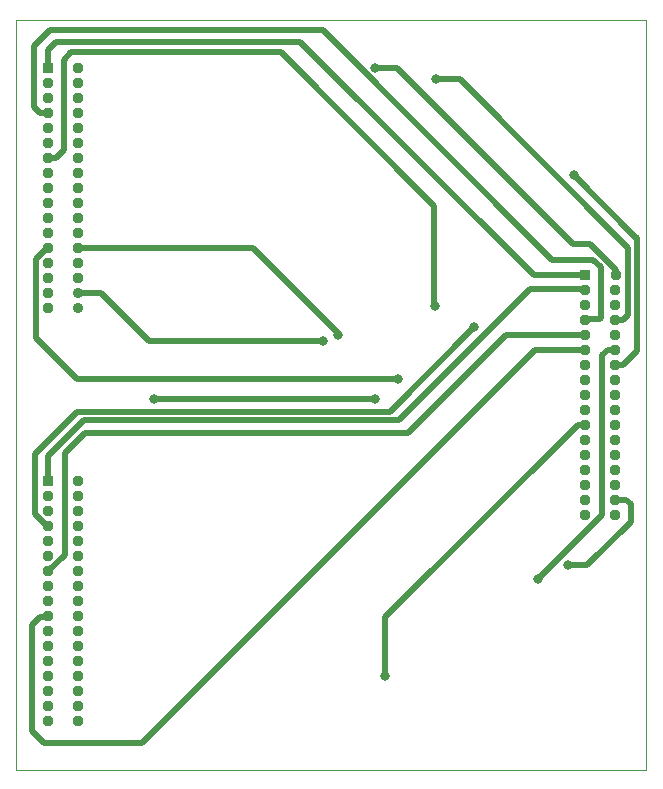
<source format=gbr>
%TF.GenerationSoftware,KiCad,Pcbnew,7.0.7*%
%TF.CreationDate,2023-09-14T15:53:41-04:00*%
%TF.ProjectId,Heater_South_DCT_HSK,48656174-6572-45f5-936f-7574685f4443,rev?*%
%TF.SameCoordinates,Original*%
%TF.FileFunction,Copper,L1,Top*%
%TF.FilePolarity,Positive*%
%FSLAX46Y46*%
G04 Gerber Fmt 4.6, Leading zero omitted, Abs format (unit mm)*
G04 Created by KiCad (PCBNEW 7.0.7) date 2023-09-14 15:53:41*
%MOMM*%
%LPD*%
G01*
G04 APERTURE LIST*
%TA.AperFunction,ComponentPad*%
%ADD10R,0.940800X0.940800*%
%TD*%
%TA.AperFunction,ComponentPad*%
%ADD11C,0.940800*%
%TD*%
%TA.AperFunction,ComponentPad*%
%ADD12C,0.890000*%
%TD*%
%TA.AperFunction,ViaPad*%
%ADD13C,0.800000*%
%TD*%
%TA.AperFunction,Conductor*%
%ADD14C,0.508000*%
%TD*%
%TA.AperFunction,Profile*%
%ADD15C,0.100000*%
%TD*%
G04 APERTURE END LIST*
D10*
%TO.P,J2,1,Pin_1*%
%TO.N,/HB2_1*%
X104256840Y-89890600D03*
D11*
%TO.P,J2,2,Pin_2*%
%TO.N,/HB2_2*%
X106817160Y-89890600D03*
%TO.P,J2,3,Pin_3*%
%TO.N,unconnected-(J2-Pin_3-Pad3)*%
X104267000Y-91160600D03*
%TO.P,J2,4,Pin_4*%
%TO.N,unconnected-(J2-Pin_4-Pad4)*%
X106807000Y-91160600D03*
%TO.P,J2,5,Pin_5*%
%TO.N,unconnected-(J2-Pin_5-Pad5)*%
X104267000Y-92430600D03*
%TO.P,J2,6,Pin_6*%
%TO.N,unconnected-(J2-Pin_6-Pad6)*%
X106807000Y-92430600D03*
%TO.P,J2,7,Pin_7*%
%TO.N,/HB2_7*%
X104267000Y-93700600D03*
%TO.P,J2,8,Pin_8*%
%TO.N,/HB2_8*%
X106807000Y-93700600D03*
%TO.P,J2,9,Pin_9*%
%TO.N,unconnected-(J2-Pin_9-Pad9)*%
X104267000Y-94970600D03*
%TO.P,J2,10,Pin_10*%
%TO.N,unconnected-(J2-Pin_10-Pad10)*%
X106807000Y-94970600D03*
%TO.P,J2,11,Pin_11*%
%TO.N,unconnected-(J2-Pin_11-Pad11)*%
X104267000Y-96240600D03*
%TO.P,J2,12,Pin_12*%
%TO.N,unconnected-(J2-Pin_12-Pad12)*%
X106807000Y-96240600D03*
%TO.P,J2,13,Pin_13*%
%TO.N,/HB2_13*%
X104267000Y-97510600D03*
%TO.P,J2,14,Pin_14*%
%TO.N,/HB2_14*%
X106807000Y-97510600D03*
%TO.P,J2,15,Pin_15*%
%TO.N,unconnected-(J2-Pin_15-Pad15)*%
X104267000Y-98780600D03*
%TO.P,J2,16,Pin_16*%
%TO.N,unconnected-(J2-Pin_16-Pad16)*%
X106807000Y-98780600D03*
%TO.P,J2,17,Pin_17*%
%TO.N,unconnected-(J2-Pin_17-Pad17)*%
X104267000Y-100050600D03*
%TO.P,J2,18,Pin_18*%
%TO.N,unconnected-(J2-Pin_18-Pad18)*%
X106807000Y-100050600D03*
%TO.P,J2,19,Pin_19*%
%TO.N,/HB2_19*%
X104267000Y-101320600D03*
%TO.P,J2,20,Pin_20*%
%TO.N,/HB2_20*%
X106807000Y-101320600D03*
%TO.P,J2,21,Pin_21*%
%TO.N,unconnected-(J2-Pin_21-Pad21)*%
X104267000Y-102590600D03*
%TO.P,J2,22,Pin_22*%
%TO.N,unconnected-(J2-Pin_22-Pad22)*%
X106807000Y-102590600D03*
%TO.P,J2,23,Pin_23*%
%TO.N,unconnected-(J2-Pin_23-Pad23)*%
X104267000Y-103860600D03*
%TO.P,J2,24,Pin_24*%
%TO.N,unconnected-(J2-Pin_24-Pad24)*%
X106807000Y-103860600D03*
%TO.P,J2,25,Pin_25*%
%TO.N,/HB2_25*%
X104267000Y-105130600D03*
%TO.P,J2,26,Pin_26*%
%TO.N,/HB2_26*%
X106807000Y-105130600D03*
%TO.P,J2,27,Pin_27*%
%TO.N,unconnected-(J2-Pin_27-Pad27)*%
X104267000Y-106400600D03*
%TO.P,J2,28,Pin_28*%
%TO.N,unconnected-(J2-Pin_28-Pad28)*%
X106807000Y-106400600D03*
%TO.P,J2,29,Pin_29*%
%TO.N,unconnected-(J2-Pin_29-Pad29)*%
X104267000Y-107670600D03*
%TO.P,J2,30,Pin_30*%
%TO.N,unconnected-(J2-Pin_30-Pad30)*%
X106807000Y-107670600D03*
%TO.P,J2,31,Pin_31*%
%TO.N,unconnected-(J2-Pin_31-Pad31)*%
X104267000Y-108940600D03*
%TO.P,J2,32,Pin_32*%
%TO.N,unconnected-(J2-Pin_32-Pad32)*%
X106807000Y-108940600D03*
%TO.P,J2,33,Pin_33*%
%TO.N,unconnected-(J2-Pin_33-Pad33)*%
X104267000Y-110210600D03*
%TO.P,J2,34,Pin_34*%
%TO.N,unconnected-(J2-Pin_34-Pad34)*%
X106807000Y-110210600D03*
%TD*%
D10*
%TO.P,J3,1,Pin_1*%
%TO.N,/HB1_1*%
X149773640Y-72390000D03*
D11*
%TO.P,J3,2,Pin_2*%
%TO.N,/HB1_2*%
X152333960Y-72390000D03*
%TO.P,J3,3,Pin_3*%
%TO.N,/HB2_1*%
X149783800Y-73660000D03*
%TO.P,J3,4,Pin_4*%
%TO.N,/HB2_2*%
X152323800Y-73660000D03*
%TO.P,J3,5,Pin_5*%
%TO.N,/HB2_7*%
X149783800Y-74930000D03*
%TO.P,J3,6,Pin_6*%
%TO.N,/HB2_8*%
X152323800Y-74930000D03*
%TO.P,J3,7,Pin_7*%
%TO.N,/HB1_7*%
X149783800Y-76200000D03*
%TO.P,J3,8,Pin_8*%
%TO.N,/HB1_8*%
X152323800Y-76200000D03*
%TO.P,J3,9,Pin_9*%
%TO.N,/HB2_13*%
X149783800Y-77470000D03*
%TO.P,J3,10,Pin_10*%
%TO.N,/HB2_14*%
X152323800Y-77470000D03*
%TO.P,J3,11,Pin_11*%
%TO.N,/HB2_19*%
X149783800Y-78740000D03*
%TO.P,J3,12,Pin_12*%
%TO.N,/HB2_20*%
X152323800Y-78740000D03*
%TO.P,J3,13,Pin_13*%
%TO.N,/HB1_13*%
X149783800Y-80010000D03*
%TO.P,J3,14,Pin_14*%
%TO.N,/HB1_14*%
X152323800Y-80010000D03*
%TO.P,J3,15,Pin_15*%
%TO.N,unconnected-(J3-Pin_15-Pad15)*%
X149783800Y-81280000D03*
%TO.P,J3,16,Pin_16*%
%TO.N,unconnected-(J3-Pin_16-Pad16)*%
X152323800Y-81280000D03*
%TO.P,J3,17,Pin_17*%
%TO.N,unconnected-(J3-Pin_17-Pad17)*%
X149783800Y-82550000D03*
%TO.P,J3,18,Pin_18*%
%TO.N,unconnected-(J3-Pin_18-Pad18)*%
X152323800Y-82550000D03*
%TO.P,J3,19,Pin_19*%
%TO.N,unconnected-(J3-Pin_19-Pad19)*%
X149783800Y-83820000D03*
%TO.P,J3,20,Pin_20*%
%TO.N,unconnected-(J3-Pin_20-Pad20)*%
X152323800Y-83820000D03*
%TO.P,J3,21,Pin_21*%
%TO.N,/HB2_25*%
X149783800Y-85090000D03*
%TO.P,J3,22,Pin_22*%
%TO.N,/HB2_26*%
X152323800Y-85090000D03*
%TO.P,J3,23,Pin_23*%
%TO.N,unconnected-(J3-Pin_23-Pad23)*%
X149783800Y-86360000D03*
%TO.P,J3,24,Pin_24*%
%TO.N,unconnected-(J3-Pin_24-Pad24)*%
X152323800Y-86360000D03*
%TO.P,J3,25,Pin_25*%
%TO.N,/HB1_25*%
X149783800Y-87630000D03*
%TO.P,J3,26,Pin_26*%
%TO.N,/HB1_26*%
X152323800Y-87630000D03*
%TO.P,J3,27,Pin_27*%
%TO.N,unconnected-(J3-Pin_27-Pad27)*%
X149783800Y-88900000D03*
%TO.P,J3,28,Pin_28*%
%TO.N,unconnected-(J3-Pin_28-Pad28)*%
X152323800Y-88900000D03*
%TO.P,J3,29,Pin_29*%
%TO.N,unconnected-(J3-Pin_29-Pad29)*%
X149783800Y-90170000D03*
%TO.P,J3,30,Pin_30*%
%TO.N,unconnected-(J3-Pin_30-Pad30)*%
X152323800Y-90170000D03*
%TO.P,J3,31,Pin_31*%
%TO.N,/HB1_31*%
X149783800Y-91440000D03*
%TO.P,J3,32,Pin_32*%
%TO.N,/HB1_32*%
X152323800Y-91440000D03*
%TO.P,J3,33,Pin_33*%
%TO.N,unconnected-(J3-Pin_33-Pad33)*%
X149783800Y-92710000D03*
%TO.P,J3,34,Pin_34*%
%TO.N,unconnected-(J3-Pin_34-Pad34)*%
X152323800Y-92710000D03*
%TD*%
D10*
%TO.P,J1,1,Pin_1*%
%TO.N,/HB1_1*%
X104256840Y-54864000D03*
D11*
%TO.P,J1,2,Pin_2*%
%TO.N,/HB1_2*%
X106817160Y-54864000D03*
%TO.P,J1,3,Pin_3*%
%TO.N,unconnected-(J1-Pin_3-Pad3)*%
X104267000Y-56134000D03*
%TO.P,J1,4,Pin_4*%
%TO.N,unconnected-(J1-Pin_4-Pad4)*%
X106807000Y-56134000D03*
%TO.P,J1,5,Pin_5*%
%TO.N,unconnected-(J1-Pin_5-Pad5)*%
X104267000Y-57404000D03*
%TO.P,J1,6,Pin_6*%
%TO.N,unconnected-(J1-Pin_6-Pad6)*%
X106807000Y-57404000D03*
%TO.P,J1,7,Pin_7*%
%TO.N,/HB1_7*%
X104267000Y-58674000D03*
%TO.P,J1,8,Pin_8*%
%TO.N,/HB1_8*%
X106807000Y-58674000D03*
%TO.P,J1,9,Pin_9*%
%TO.N,unconnected-(J1-Pin_9-Pad9)*%
X104267000Y-59944000D03*
%TO.P,J1,10,Pin_10*%
%TO.N,unconnected-(J1-Pin_10-Pad10)*%
X106807000Y-59944000D03*
%TO.P,J1,11,Pin_11*%
%TO.N,unconnected-(J1-Pin_11-Pad11)*%
X104267000Y-61214000D03*
%TO.P,J1,12,Pin_12*%
%TO.N,unconnected-(J1-Pin_12-Pad12)*%
X106807000Y-61214000D03*
%TO.P,J1,13,Pin_13*%
%TO.N,/HB1_13*%
X104267000Y-62484000D03*
%TO.P,J1,14,Pin_14*%
%TO.N,/HB1_14*%
X106807000Y-62484000D03*
%TO.P,J1,15,Pin_15*%
%TO.N,unconnected-(J1-Pin_15-Pad15)*%
X104267000Y-63754000D03*
%TO.P,J1,16,Pin_16*%
%TO.N,unconnected-(J1-Pin_16-Pad16)*%
X106807000Y-63754000D03*
%TO.P,J1,17,Pin_17*%
%TO.N,unconnected-(J1-Pin_17-Pad17)*%
X104267000Y-65024000D03*
%TO.P,J1,18,Pin_18*%
%TO.N,unconnected-(J1-Pin_18-Pad18)*%
X106807000Y-65024000D03*
%TO.P,J1,19,Pin_19*%
%TO.N,unconnected-(J1-Pin_19-Pad19)*%
X104267000Y-66294000D03*
%TO.P,J1,20,Pin_20*%
%TO.N,unconnected-(J1-Pin_20-Pad20)*%
X106807000Y-66294000D03*
%TO.P,J1,21,Pin_21*%
%TO.N,unconnected-(J1-Pin_21-Pad21)*%
X104267000Y-67564000D03*
%TO.P,J1,22,Pin_22*%
%TO.N,unconnected-(J1-Pin_22-Pad22)*%
X106807000Y-67564000D03*
%TO.P,J1,23,Pin_23*%
%TO.N,unconnected-(J1-Pin_23-Pad23)*%
X104267000Y-68834000D03*
%TO.P,J1,24,Pin_24*%
%TO.N,unconnected-(J1-Pin_24-Pad24)*%
X106807000Y-68834000D03*
%TO.P,J1,25,Pin_25*%
%TO.N,/HB1_25*%
X104267000Y-70104000D03*
%TO.P,J1,26,Pin_26*%
%TO.N,/HB1_26*%
X106807000Y-70104000D03*
%TO.P,J1,27,Pin_27*%
%TO.N,unconnected-(J1-Pin_27-Pad27)*%
X104267000Y-71374000D03*
%TO.P,J1,28,Pin_28*%
%TO.N,unconnected-(J1-Pin_28-Pad28)*%
X106807000Y-71374000D03*
%TO.P,J1,29,Pin_29*%
%TO.N,unconnected-(J1-Pin_29-Pad29)*%
X104267000Y-72644000D03*
%TO.P,J1,30,Pin_30*%
%TO.N,unconnected-(J1-Pin_30-Pad30)*%
X106807000Y-72644000D03*
%TO.P,J1,31,Pin_31*%
%TO.N,/HB1_31*%
X104267000Y-73914000D03*
D12*
%TO.P,J1,32,Pin_32*%
%TO.N,/HB1_32*%
X106807000Y-73914000D03*
D11*
%TO.P,J1,33,Pin_33*%
%TO.N,unconnected-(J1-Pin_33-Pad33)*%
X104267000Y-75184000D03*
D12*
%TO.P,J1,34,Pin_34*%
%TO.N,unconnected-(J1-Pin_34-Pad34)*%
X106807000Y-75184000D03*
%TD*%
D13*
%TO.N,/HB1_2*%
X131946916Y-54870084D03*
%TO.N,/HB1_8*%
X137109200Y-55803800D03*
%TO.N,/HB1_13*%
X137002000Y-75005600D03*
%TO.N,/HB1_14*%
X148773400Y-63977000D03*
%TO.N,/HB1_25*%
X133902000Y-81205600D03*
%TO.N,/HB1_26*%
X128802000Y-77470000D03*
%TO.N,/HB1_31*%
X113257222Y-82905600D03*
X132002000Y-82905600D03*
%TO.N,/HB1_32*%
X148285200Y-97005600D03*
X127602000Y-78005600D03*
%TO.N,/HB2_7*%
X140379200Y-76828400D03*
%TO.N,/HB2_20*%
X145762000Y-98145600D03*
%TO.N,/HB2_25*%
X132791200Y-106349800D03*
%TD*%
D14*
%TO.N,/HB1_1*%
X149773640Y-72390000D02*
X145389600Y-72390000D01*
X104256840Y-53350160D02*
X104256840Y-54864000D01*
X125653800Y-52654200D02*
X104952800Y-52654200D01*
X104952800Y-52654200D02*
X104256840Y-53350160D01*
X145389600Y-72390000D02*
X125653800Y-52654200D01*
%TO.N,/HB1_2*%
X152333960Y-72007656D02*
X152333960Y-72390000D01*
X148742400Y-69799200D02*
X150125504Y-69799200D01*
X150125504Y-69799200D02*
X152333960Y-72007656D01*
X133813284Y-54870084D02*
X148742400Y-69799200D01*
X131946916Y-54870084D02*
X133813284Y-54870084D01*
%TO.N,/HB1_7*%
X151104600Y-76022200D02*
X151104600Y-71779560D01*
X104419400Y-51714400D02*
X103124000Y-53009800D01*
X127584200Y-51714400D02*
X104419400Y-51714400D01*
X150446240Y-71121200D02*
X146991000Y-71121200D01*
X103124000Y-58196246D02*
X103601754Y-58674000D01*
X150938577Y-76188223D02*
X151104600Y-76022200D01*
X151104600Y-71779560D02*
X150446240Y-71121200D01*
X149864623Y-76188223D02*
X150938577Y-76188223D01*
X146991000Y-71121200D02*
X127584200Y-51714400D01*
X103601754Y-58674000D02*
X104267000Y-58674000D01*
X103124000Y-53009800D02*
X103124000Y-58196246D01*
%TO.N,/HB1_8*%
X137109200Y-55803800D02*
X139124200Y-55803800D01*
X139124200Y-55803800D02*
X153416000Y-70095600D01*
X153416000Y-70095600D02*
X153416000Y-75773046D01*
X152989046Y-76200000D02*
X152323800Y-76200000D01*
X153416000Y-75773046D02*
X152989046Y-76200000D01*
%TO.N,/HB1_13*%
X104960900Y-62484000D02*
X104267000Y-62484000D01*
X106226000Y-53565400D02*
X105613200Y-54178200D01*
X136982200Y-66548000D02*
X123999600Y-53565400D01*
X123999600Y-53565400D02*
X106226000Y-53565400D01*
X105613200Y-61831700D02*
X104960900Y-62484000D01*
X137002000Y-75005600D02*
X136982200Y-74985800D01*
X136982200Y-74985800D02*
X136982200Y-66548000D01*
X105613200Y-54178200D02*
X105613200Y-61831700D01*
%TO.N,/HB1_14*%
X154124000Y-78875046D02*
X152989046Y-80010000D01*
X153993100Y-69196700D02*
X154124000Y-69327600D01*
X154124000Y-69327600D02*
X154124000Y-78875046D01*
X153993100Y-69196700D02*
X154178000Y-69381600D01*
X152989046Y-80010000D02*
X152323800Y-80010000D01*
X148773400Y-63977000D02*
X153993100Y-69196700D01*
%TO.N,/HB1_25*%
X106702000Y-81205600D02*
X103225600Y-77729200D01*
X103225600Y-77729200D02*
X103225600Y-71108100D01*
X133902000Y-81205600D02*
X106702000Y-81205600D01*
X103225600Y-71108100D02*
X104229700Y-70104000D01*
X104229700Y-70104000D02*
X104267000Y-70104000D01*
%TO.N,/HB1_26*%
X121615200Y-70154800D02*
X106857800Y-70154800D01*
X128802000Y-77341600D02*
X121615200Y-70154800D01*
X128802000Y-77470000D02*
X128802000Y-77341600D01*
X106857800Y-70154800D02*
X106807000Y-70104000D01*
%TO.N,/HB1_31*%
X113257222Y-82905600D02*
X132002000Y-82905600D01*
%TO.N,/HB1_32*%
X149902000Y-97005600D02*
X153602000Y-93305600D01*
X127602000Y-78005600D02*
X112854400Y-78005600D01*
X112854400Y-78005600D02*
X108762800Y-73914000D01*
X153602000Y-91805600D02*
X153236400Y-91440000D01*
X153236400Y-91440000D02*
X152416400Y-91440000D01*
X153602000Y-93305600D02*
X153602000Y-91805600D01*
X148285200Y-97005600D02*
X149902000Y-97005600D01*
X108762800Y-73914000D02*
X106807000Y-73914000D01*
%TO.N,/HB2_1*%
X107286000Y-84721600D02*
X104256840Y-87750760D01*
X133986000Y-84721600D02*
X107286000Y-84721600D01*
X104256840Y-87750760D02*
X104256840Y-89890600D01*
X149783800Y-73660000D02*
X149733000Y-73609200D01*
X149733000Y-73609200D02*
X145098400Y-73609200D01*
X145098400Y-73609200D02*
X133986000Y-84721600D01*
%TO.N,/HB2_7*%
X133194000Y-84013600D02*
X106706000Y-84013600D01*
X140379200Y-76828400D02*
X133194000Y-84013600D01*
X103174800Y-92645700D02*
X104229700Y-93700600D01*
X104229700Y-93700600D02*
X104267000Y-93700600D01*
X106706000Y-84013600D02*
X103174800Y-87544800D01*
X103174800Y-87544800D02*
X103174800Y-92645700D01*
%TO.N,/HB2_13*%
X105714800Y-87492800D02*
X105714800Y-96100100D01*
X134716400Y-85791200D02*
X107416400Y-85791200D01*
X107416400Y-85791200D02*
X105714800Y-87492800D01*
X104304300Y-97510600D02*
X104267000Y-97510600D01*
X149783800Y-77470000D02*
X143037600Y-77470000D01*
X143037600Y-77470000D02*
X134716400Y-85791200D01*
X105714800Y-96100100D02*
X104304300Y-97510600D01*
%TO.N,/HB2_19*%
X111401507Y-112014000D02*
X103925246Y-112014000D01*
X149783800Y-78740000D02*
X145542000Y-78740000D01*
X103632000Y-101346000D02*
X104297246Y-101346000D01*
X103925246Y-112014000D02*
X102917246Y-111006000D01*
X112268000Y-112014000D02*
X109296200Y-112014000D01*
X102917246Y-102060754D02*
X103632000Y-101346000D01*
X102917246Y-111006000D02*
X102917246Y-102060754D01*
X145542000Y-78740000D02*
X112268000Y-112014000D01*
%TO.N,/HB2_20*%
X151688800Y-78740000D02*
X152323800Y-78740000D01*
X145762000Y-98145600D02*
X151206200Y-92701400D01*
X151206200Y-92701400D02*
X151206200Y-79222600D01*
X151206200Y-79222600D02*
X151688800Y-78740000D01*
%TO.N,/HB2_25*%
X132791200Y-106349800D02*
X132791200Y-101417354D01*
X132791200Y-101417354D02*
X149118554Y-85090000D01*
X149118554Y-85090000D02*
X149783800Y-85090000D01*
%TD*%
D15*
X101600000Y-50800000D02*
X154940000Y-50800000D01*
X154940000Y-114300000D01*
X101600000Y-114300000D01*
X101600000Y-50800000D01*
M02*

</source>
